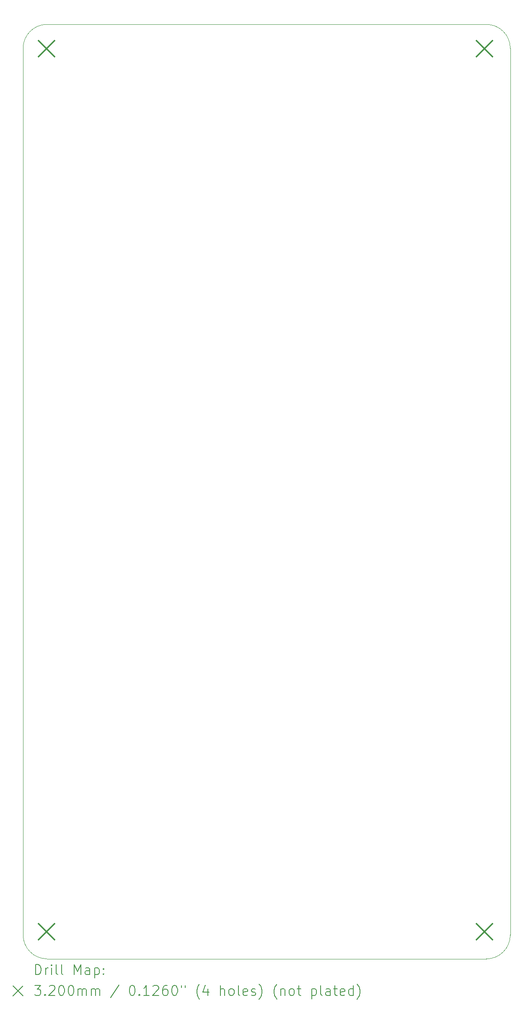
<source format=gbr>
%TF.GenerationSoftware,KiCad,Pcbnew,(6.0.11)*%
%TF.CreationDate,2023-09-27T15:25:27-05:00*%
%TF.ProjectId,MB,4d422e6b-6963-4616-945f-706362585858,rev?*%
%TF.SameCoordinates,Original*%
%TF.FileFunction,Drillmap*%
%TF.FilePolarity,Positive*%
%FSLAX45Y45*%
G04 Gerber Fmt 4.5, Leading zero omitted, Abs format (unit mm)*
G04 Created by KiCad (PCBNEW (6.0.11)) date 2023-09-27 15:25:27*
%MOMM*%
%LPD*%
G01*
G04 APERTURE LIST*
%ADD10C,0.100000*%
%ADD11C,0.200000*%
%ADD12C,0.320000*%
G04 APERTURE END LIST*
D10*
X8864600Y-23380700D02*
G75*
G03*
X9347200Y-23863300I482600J0D01*
G01*
X9347200Y-5003800D02*
G75*
G03*
X8864600Y-5486400I0J-482600D01*
G01*
X8864600Y-23380700D02*
X8864600Y-5486400D01*
X18707100Y-5486400D02*
X18707100Y-23382350D01*
X18224500Y-23864950D02*
G75*
G03*
X18707100Y-23382350I0J482600D01*
G01*
X9347200Y-5003800D02*
X18224500Y-5003800D01*
X9347200Y-23863300D02*
X18224500Y-23864950D01*
X18707100Y-5486400D02*
G75*
G03*
X18224500Y-5003800I-482600J0D01*
G01*
D11*
D12*
X9179580Y-5334020D02*
X9499580Y-5654020D01*
X9499580Y-5334020D02*
X9179580Y-5654020D01*
X9179580Y-23154660D02*
X9499580Y-23474660D01*
X9499580Y-23154660D02*
X9179580Y-23474660D01*
X18023860Y-5334020D02*
X18343860Y-5654020D01*
X18343860Y-5334020D02*
X18023860Y-5654020D01*
X18023860Y-23154660D02*
X18343860Y-23474660D01*
X18343860Y-23154660D02*
X18023860Y-23474660D01*
D11*
X9117219Y-24180426D02*
X9117219Y-23980426D01*
X9164838Y-23980426D01*
X9193410Y-23989950D01*
X9212457Y-24008998D01*
X9221981Y-24028045D01*
X9231505Y-24066141D01*
X9231505Y-24094712D01*
X9221981Y-24132807D01*
X9212457Y-24151855D01*
X9193410Y-24170903D01*
X9164838Y-24180426D01*
X9117219Y-24180426D01*
X9317219Y-24180426D02*
X9317219Y-24047093D01*
X9317219Y-24085188D02*
X9326743Y-24066141D01*
X9336267Y-24056617D01*
X9355314Y-24047093D01*
X9374362Y-24047093D01*
X9441029Y-24180426D02*
X9441029Y-24047093D01*
X9441029Y-23980426D02*
X9431505Y-23989950D01*
X9441029Y-23999474D01*
X9450552Y-23989950D01*
X9441029Y-23980426D01*
X9441029Y-23999474D01*
X9564838Y-24180426D02*
X9545790Y-24170903D01*
X9536267Y-24151855D01*
X9536267Y-23980426D01*
X9669600Y-24180426D02*
X9650552Y-24170903D01*
X9641029Y-24151855D01*
X9641029Y-23980426D01*
X9898171Y-24180426D02*
X9898171Y-23980426D01*
X9964838Y-24123284D01*
X10031505Y-23980426D01*
X10031505Y-24180426D01*
X10212457Y-24180426D02*
X10212457Y-24075664D01*
X10202933Y-24056617D01*
X10183886Y-24047093D01*
X10145790Y-24047093D01*
X10126743Y-24056617D01*
X10212457Y-24170903D02*
X10193410Y-24180426D01*
X10145790Y-24180426D01*
X10126743Y-24170903D01*
X10117219Y-24151855D01*
X10117219Y-24132807D01*
X10126743Y-24113760D01*
X10145790Y-24104236D01*
X10193410Y-24104236D01*
X10212457Y-24094712D01*
X10307695Y-24047093D02*
X10307695Y-24247093D01*
X10307695Y-24056617D02*
X10326743Y-24047093D01*
X10364838Y-24047093D01*
X10383886Y-24056617D01*
X10393410Y-24066141D01*
X10402933Y-24085188D01*
X10402933Y-24142331D01*
X10393410Y-24161379D01*
X10383886Y-24170903D01*
X10364838Y-24180426D01*
X10326743Y-24180426D01*
X10307695Y-24170903D01*
X10488648Y-24161379D02*
X10498171Y-24170903D01*
X10488648Y-24180426D01*
X10479124Y-24170903D01*
X10488648Y-24161379D01*
X10488648Y-24180426D01*
X10488648Y-24056617D02*
X10498171Y-24066141D01*
X10488648Y-24075664D01*
X10479124Y-24066141D01*
X10488648Y-24056617D01*
X10488648Y-24075664D01*
X8659600Y-24409950D02*
X8859600Y-24609950D01*
X8859600Y-24409950D02*
X8659600Y-24609950D01*
X9098171Y-24400426D02*
X9221981Y-24400426D01*
X9155314Y-24476617D01*
X9183886Y-24476617D01*
X9202933Y-24486141D01*
X9212457Y-24495664D01*
X9221981Y-24514712D01*
X9221981Y-24562331D01*
X9212457Y-24581379D01*
X9202933Y-24590903D01*
X9183886Y-24600426D01*
X9126743Y-24600426D01*
X9107695Y-24590903D01*
X9098171Y-24581379D01*
X9307695Y-24581379D02*
X9317219Y-24590903D01*
X9307695Y-24600426D01*
X9298171Y-24590903D01*
X9307695Y-24581379D01*
X9307695Y-24600426D01*
X9393410Y-24419474D02*
X9402933Y-24409950D01*
X9421981Y-24400426D01*
X9469600Y-24400426D01*
X9488648Y-24409950D01*
X9498171Y-24419474D01*
X9507695Y-24438522D01*
X9507695Y-24457569D01*
X9498171Y-24486141D01*
X9383886Y-24600426D01*
X9507695Y-24600426D01*
X9631505Y-24400426D02*
X9650552Y-24400426D01*
X9669600Y-24409950D01*
X9679124Y-24419474D01*
X9688648Y-24438522D01*
X9698171Y-24476617D01*
X9698171Y-24524236D01*
X9688648Y-24562331D01*
X9679124Y-24581379D01*
X9669600Y-24590903D01*
X9650552Y-24600426D01*
X9631505Y-24600426D01*
X9612457Y-24590903D01*
X9602933Y-24581379D01*
X9593410Y-24562331D01*
X9583886Y-24524236D01*
X9583886Y-24476617D01*
X9593410Y-24438522D01*
X9602933Y-24419474D01*
X9612457Y-24409950D01*
X9631505Y-24400426D01*
X9821981Y-24400426D02*
X9841029Y-24400426D01*
X9860076Y-24409950D01*
X9869600Y-24419474D01*
X9879124Y-24438522D01*
X9888648Y-24476617D01*
X9888648Y-24524236D01*
X9879124Y-24562331D01*
X9869600Y-24581379D01*
X9860076Y-24590903D01*
X9841029Y-24600426D01*
X9821981Y-24600426D01*
X9802933Y-24590903D01*
X9793410Y-24581379D01*
X9783886Y-24562331D01*
X9774362Y-24524236D01*
X9774362Y-24476617D01*
X9783886Y-24438522D01*
X9793410Y-24419474D01*
X9802933Y-24409950D01*
X9821981Y-24400426D01*
X9974362Y-24600426D02*
X9974362Y-24467093D01*
X9974362Y-24486141D02*
X9983886Y-24476617D01*
X10002933Y-24467093D01*
X10031505Y-24467093D01*
X10050552Y-24476617D01*
X10060076Y-24495664D01*
X10060076Y-24600426D01*
X10060076Y-24495664D02*
X10069600Y-24476617D01*
X10088648Y-24467093D01*
X10117219Y-24467093D01*
X10136267Y-24476617D01*
X10145790Y-24495664D01*
X10145790Y-24600426D01*
X10241029Y-24600426D02*
X10241029Y-24467093D01*
X10241029Y-24486141D02*
X10250552Y-24476617D01*
X10269600Y-24467093D01*
X10298171Y-24467093D01*
X10317219Y-24476617D01*
X10326743Y-24495664D01*
X10326743Y-24600426D01*
X10326743Y-24495664D02*
X10336267Y-24476617D01*
X10355314Y-24467093D01*
X10383886Y-24467093D01*
X10402933Y-24476617D01*
X10412457Y-24495664D01*
X10412457Y-24600426D01*
X10802933Y-24390903D02*
X10631505Y-24648045D01*
X11060076Y-24400426D02*
X11079124Y-24400426D01*
X11098171Y-24409950D01*
X11107695Y-24419474D01*
X11117219Y-24438522D01*
X11126743Y-24476617D01*
X11126743Y-24524236D01*
X11117219Y-24562331D01*
X11107695Y-24581379D01*
X11098171Y-24590903D01*
X11079124Y-24600426D01*
X11060076Y-24600426D01*
X11041029Y-24590903D01*
X11031505Y-24581379D01*
X11021981Y-24562331D01*
X11012457Y-24524236D01*
X11012457Y-24476617D01*
X11021981Y-24438522D01*
X11031505Y-24419474D01*
X11041029Y-24409950D01*
X11060076Y-24400426D01*
X11212457Y-24581379D02*
X11221981Y-24590903D01*
X11212457Y-24600426D01*
X11202933Y-24590903D01*
X11212457Y-24581379D01*
X11212457Y-24600426D01*
X11412457Y-24600426D02*
X11298171Y-24600426D01*
X11355314Y-24600426D02*
X11355314Y-24400426D01*
X11336267Y-24428998D01*
X11317219Y-24448045D01*
X11298171Y-24457569D01*
X11488648Y-24419474D02*
X11498171Y-24409950D01*
X11517219Y-24400426D01*
X11564838Y-24400426D01*
X11583886Y-24409950D01*
X11593409Y-24419474D01*
X11602933Y-24438522D01*
X11602933Y-24457569D01*
X11593409Y-24486141D01*
X11479124Y-24600426D01*
X11602933Y-24600426D01*
X11774362Y-24400426D02*
X11736267Y-24400426D01*
X11717219Y-24409950D01*
X11707695Y-24419474D01*
X11688648Y-24448045D01*
X11679124Y-24486141D01*
X11679124Y-24562331D01*
X11688648Y-24581379D01*
X11698171Y-24590903D01*
X11717219Y-24600426D01*
X11755314Y-24600426D01*
X11774362Y-24590903D01*
X11783886Y-24581379D01*
X11793409Y-24562331D01*
X11793409Y-24514712D01*
X11783886Y-24495664D01*
X11774362Y-24486141D01*
X11755314Y-24476617D01*
X11717219Y-24476617D01*
X11698171Y-24486141D01*
X11688648Y-24495664D01*
X11679124Y-24514712D01*
X11917219Y-24400426D02*
X11936267Y-24400426D01*
X11955314Y-24409950D01*
X11964838Y-24419474D01*
X11974362Y-24438522D01*
X11983886Y-24476617D01*
X11983886Y-24524236D01*
X11974362Y-24562331D01*
X11964838Y-24581379D01*
X11955314Y-24590903D01*
X11936267Y-24600426D01*
X11917219Y-24600426D01*
X11898171Y-24590903D01*
X11888648Y-24581379D01*
X11879124Y-24562331D01*
X11869600Y-24524236D01*
X11869600Y-24476617D01*
X11879124Y-24438522D01*
X11888648Y-24419474D01*
X11898171Y-24409950D01*
X11917219Y-24400426D01*
X12060076Y-24400426D02*
X12060076Y-24438522D01*
X12136267Y-24400426D02*
X12136267Y-24438522D01*
X12431505Y-24676617D02*
X12421981Y-24667093D01*
X12402933Y-24638522D01*
X12393409Y-24619474D01*
X12383886Y-24590903D01*
X12374362Y-24543284D01*
X12374362Y-24505188D01*
X12383886Y-24457569D01*
X12393409Y-24428998D01*
X12402933Y-24409950D01*
X12421981Y-24381379D01*
X12431505Y-24371855D01*
X12593409Y-24467093D02*
X12593409Y-24600426D01*
X12545790Y-24390903D02*
X12498171Y-24533760D01*
X12621981Y-24533760D01*
X12850552Y-24600426D02*
X12850552Y-24400426D01*
X12936267Y-24600426D02*
X12936267Y-24495664D01*
X12926743Y-24476617D01*
X12907695Y-24467093D01*
X12879124Y-24467093D01*
X12860076Y-24476617D01*
X12850552Y-24486141D01*
X13060076Y-24600426D02*
X13041028Y-24590903D01*
X13031505Y-24581379D01*
X13021981Y-24562331D01*
X13021981Y-24505188D01*
X13031505Y-24486141D01*
X13041028Y-24476617D01*
X13060076Y-24467093D01*
X13088648Y-24467093D01*
X13107695Y-24476617D01*
X13117219Y-24486141D01*
X13126743Y-24505188D01*
X13126743Y-24562331D01*
X13117219Y-24581379D01*
X13107695Y-24590903D01*
X13088648Y-24600426D01*
X13060076Y-24600426D01*
X13241028Y-24600426D02*
X13221981Y-24590903D01*
X13212457Y-24571855D01*
X13212457Y-24400426D01*
X13393409Y-24590903D02*
X13374362Y-24600426D01*
X13336267Y-24600426D01*
X13317219Y-24590903D01*
X13307695Y-24571855D01*
X13307695Y-24495664D01*
X13317219Y-24476617D01*
X13336267Y-24467093D01*
X13374362Y-24467093D01*
X13393409Y-24476617D01*
X13402933Y-24495664D01*
X13402933Y-24514712D01*
X13307695Y-24533760D01*
X13479124Y-24590903D02*
X13498171Y-24600426D01*
X13536267Y-24600426D01*
X13555314Y-24590903D01*
X13564838Y-24571855D01*
X13564838Y-24562331D01*
X13555314Y-24543284D01*
X13536267Y-24533760D01*
X13507695Y-24533760D01*
X13488648Y-24524236D01*
X13479124Y-24505188D01*
X13479124Y-24495664D01*
X13488648Y-24476617D01*
X13507695Y-24467093D01*
X13536267Y-24467093D01*
X13555314Y-24476617D01*
X13631505Y-24676617D02*
X13641028Y-24667093D01*
X13660076Y-24638522D01*
X13669600Y-24619474D01*
X13679124Y-24590903D01*
X13688648Y-24543284D01*
X13688648Y-24505188D01*
X13679124Y-24457569D01*
X13669600Y-24428998D01*
X13660076Y-24409950D01*
X13641028Y-24381379D01*
X13631505Y-24371855D01*
X13993409Y-24676617D02*
X13983886Y-24667093D01*
X13964838Y-24638522D01*
X13955314Y-24619474D01*
X13945790Y-24590903D01*
X13936267Y-24543284D01*
X13936267Y-24505188D01*
X13945790Y-24457569D01*
X13955314Y-24428998D01*
X13964838Y-24409950D01*
X13983886Y-24381379D01*
X13993409Y-24371855D01*
X14069600Y-24467093D02*
X14069600Y-24600426D01*
X14069600Y-24486141D02*
X14079124Y-24476617D01*
X14098171Y-24467093D01*
X14126743Y-24467093D01*
X14145790Y-24476617D01*
X14155314Y-24495664D01*
X14155314Y-24600426D01*
X14279124Y-24600426D02*
X14260076Y-24590903D01*
X14250552Y-24581379D01*
X14241028Y-24562331D01*
X14241028Y-24505188D01*
X14250552Y-24486141D01*
X14260076Y-24476617D01*
X14279124Y-24467093D01*
X14307695Y-24467093D01*
X14326743Y-24476617D01*
X14336267Y-24486141D01*
X14345790Y-24505188D01*
X14345790Y-24562331D01*
X14336267Y-24581379D01*
X14326743Y-24590903D01*
X14307695Y-24600426D01*
X14279124Y-24600426D01*
X14402933Y-24467093D02*
X14479124Y-24467093D01*
X14431505Y-24400426D02*
X14431505Y-24571855D01*
X14441028Y-24590903D01*
X14460076Y-24600426D01*
X14479124Y-24600426D01*
X14698171Y-24467093D02*
X14698171Y-24667093D01*
X14698171Y-24476617D02*
X14717219Y-24467093D01*
X14755314Y-24467093D01*
X14774362Y-24476617D01*
X14783886Y-24486141D01*
X14793409Y-24505188D01*
X14793409Y-24562331D01*
X14783886Y-24581379D01*
X14774362Y-24590903D01*
X14755314Y-24600426D01*
X14717219Y-24600426D01*
X14698171Y-24590903D01*
X14907695Y-24600426D02*
X14888648Y-24590903D01*
X14879124Y-24571855D01*
X14879124Y-24400426D01*
X15069600Y-24600426D02*
X15069600Y-24495664D01*
X15060076Y-24476617D01*
X15041028Y-24467093D01*
X15002933Y-24467093D01*
X14983886Y-24476617D01*
X15069600Y-24590903D02*
X15050552Y-24600426D01*
X15002933Y-24600426D01*
X14983886Y-24590903D01*
X14974362Y-24571855D01*
X14974362Y-24552807D01*
X14983886Y-24533760D01*
X15002933Y-24524236D01*
X15050552Y-24524236D01*
X15069600Y-24514712D01*
X15136267Y-24467093D02*
X15212457Y-24467093D01*
X15164838Y-24400426D02*
X15164838Y-24571855D01*
X15174362Y-24590903D01*
X15193409Y-24600426D01*
X15212457Y-24600426D01*
X15355314Y-24590903D02*
X15336267Y-24600426D01*
X15298171Y-24600426D01*
X15279124Y-24590903D01*
X15269600Y-24571855D01*
X15269600Y-24495664D01*
X15279124Y-24476617D01*
X15298171Y-24467093D01*
X15336267Y-24467093D01*
X15355314Y-24476617D01*
X15364838Y-24495664D01*
X15364838Y-24514712D01*
X15269600Y-24533760D01*
X15536267Y-24600426D02*
X15536267Y-24400426D01*
X15536267Y-24590903D02*
X15517219Y-24600426D01*
X15479124Y-24600426D01*
X15460076Y-24590903D01*
X15450552Y-24581379D01*
X15441028Y-24562331D01*
X15441028Y-24505188D01*
X15450552Y-24486141D01*
X15460076Y-24476617D01*
X15479124Y-24467093D01*
X15517219Y-24467093D01*
X15536267Y-24476617D01*
X15612457Y-24676617D02*
X15621981Y-24667093D01*
X15641028Y-24638522D01*
X15650552Y-24619474D01*
X15660076Y-24590903D01*
X15669600Y-24543284D01*
X15669600Y-24505188D01*
X15660076Y-24457569D01*
X15650552Y-24428998D01*
X15641028Y-24409950D01*
X15621981Y-24381379D01*
X15612457Y-24371855D01*
M02*

</source>
